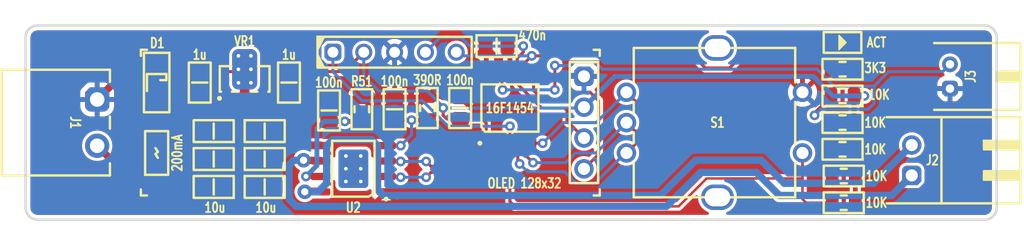
<source format=kicad_pcb>
(kicad_pcb (version 20221018) (generator pcbnew)
  (layers (0 "F.Cu" signal) (31 "B.Cu" signal) (34 "B.Paste" user) (35 "F.Paste" user) (36 "B.SilkS" user "B.Silkscreen") (37 "F.SilkS" user "F.Silkscreen") (38 "B.Mask" user) (39 "F.Mask" user) (44 "Edge.Cuts" user))
  (net 0 "")
  (net 1 "GND")
  (net 2 "Vbus")
  (net 3 "Vin")
  (net 4 "3V3")
  (net 5 "Vfused")
  (net 6 "DRIVER_OUT2")
  (net 7 "DRIVER_OUT1")
  (net 8 "DRIVER_RS")
  (net 9 "Vdio")
  (net 10 "DRIVER_VREF")
  (net 11 "DRIVER_IN1")
  (net 12 "DRIVER_IN2")
  (net 13 "OLED_SDO")
  (net 14 "OLED_SCK")
  (net 15 "LED_ACT")
  (net 16 "LED_ACT'")
  (net 17 "IN_ROTARY_B")
  (net 18 "IN_ROTARY_SWITCH")
  (net 19 "IN_ROTARY_C")
  (net 20 "IN_ROTARY_A")
  (net 21 "IN_EXTERNAL_SWITCH")
  (footprint "Medo64:C (0805)" (layer "F.Cu") (at 34.7 28.3)
    (fp_text reference "C12" hide)
    (fp_text value "10u" (at 0.1 1.7 unlocked) (layer "F.SilkS") (effects (font (size 0.8 0.6) (thickness 0.15) bold)))
    (pad "1" smd roundrect (at -0.9 0) (size 1.15 1.45) (layers "F.Cu" "F.Paste" "F.Mask") (net 1 "GND"))
    (pad "2" smd roundrect (at 0.9 0) (size 1.15 1.45) (layers "F.Cu" "F.Paste" "F.Mask") (net 5 "Vfused"))
  )
  (footprint "Medo64:U Micro PIC16F1454 (TSSOP-14)" (layer "F.Cu") (at 54.9 21.8 90)
    (fp_text reference "U1" hide)
    (fp_text value "16F1454" (at 0 0 unlocked) (layer "F.SilkS") (effects (font (size 0.8 0.6))))
    (pad "1" smd roundrect (at -2.9 -1.95 90) (size 1.5 0.45) (layers "F.Cu" "F.Paste" "F.Mask") (chamfer_ratio 0.2) (chamfer top_left top_right) (net 4 "3V3"))
    (pad "2" smd roundrect (at -2.9 -1.3 90) (size 1.5 0.45) (layers "F.Cu" "F.Paste" "F.Mask") (net 11 "DRIVER_IN1"))
    (pad "3" smd roundrect (at -2.9 -0.65 90) (size 1.5 0.45) (layers "F.Cu" "F.Paste" "F.Mask") (net 12 "DRIVER_IN2"))
    (pad "4" smd roundrect (at -2.9 0 90) (size 1.5 0.45) (layers "F.Cu" "F.Paste" "F.Mask") (net 18 "IN_ROTARY_SWITCH"))
    (pad "5" smd roundrect (at -2.9 0.65 90) (size 1.5 0.45) (layers "F.Cu" "F.Paste" "F.Mask") (net 17 "IN_ROTARY_B"))
    (pad "6" smd roundrect (at -2.9 1.3 90) (size 1.5 0.45) (layers "F.Cu" "F.Paste" "F.Mask") (net 19 "IN_ROTARY_C"))
    (pad "7" smd roundrect (at -2.9 1.95 90) (size 1.5 0.45) (layers "F.Cu" "F.Paste" "F.Mask") (net 20 "IN_ROTARY_A"))
    (pad "8" smd roundrect (at 2.9 1.95 90) (size 1.5 0.45) (layers "F.Cu" "F.Paste" "F.Mask") (net 13 "OLED_SDO"))
    (pad "9" smd roundrect (at 2.9 1.3 90) (size 1.5 0.45) (layers "F.Cu" "F.Paste" "F.Mask") (net 15 "LED_ACT"))
    (pad "10" smd roundrect (at 2.9 0.65 90) (size 1.5 0.45) (layers "F.Cu" "F.Paste" "F.Mask") (net 14 "OLED_SCK"))
    (pad "11" smd roundrect (at 2.9 0 90) (size 1.5 0.45) (layers "F.Cu" "F.Paste" "F.Mask") (net 2 "Vbus"))
    (pad "12" smd roundrect (at 2.9 -0.65 90) (size 1.5 0.45) (layers "F.Cu" "F.Paste" "F.Mask") (net 21 "IN_EXTERNAL_SWITCH"))
    (pad "13" smd roundrect (at 2.9 -1.3 90) (size 1.5 0.45) (layers "F.Cu" "F.Paste" "F.Mask"))
    (pad "14" smd roundrect (at 2.9 -1.95 90) (size 1.5 0.45) (layers "F.Cu" "F.Paste" "F.Mask") (net 1 "GND"))
  )
  (footprint "Medo64:S Rotary Switch (5w)" (layer "F.Cu") (at 72 23 -90)
    (fp_text reference "S1" (at 0 0 unlocked) (layer "F.SilkS") (effects (font (size 0.8 0.6))))
    (fp_text value "Rotary" hide)
    (pad "1" thru_hole circle (at -2.5 -7 270) (size 1.6 1.6) (drill 1) (layers "*.Cu" "*.Mask") (net 1 "GND"))
    (pad "2" thru_hole circle (at 2.5 -7 270) (size 1.6 1.6) (drill 1) (layers "*.Cu" "*.Mask") (net 18 "IN_ROTARY_SWITCH"))
    (pad "A" thru_hole circle (at -2.5 7.5 270) (size 1.6 1.6) (drill 1) (layers "*.Cu" "*.Mask") (net 20 "IN_ROTARY_A"))
    (pad "B" thru_hole circle (at 2.5 7.5 270) (size 1.6 1.6) (drill 1) (layers "*.Cu" "*.Mask") (net 17 "IN_ROTARY_B"))
    (pad "C" thru_hole circle (at 0 7.5 270) (size 1.6 1.6) (drill 1) (layers "*.Cu" "*.Mask") (net 19 "IN_ROTARY_C"))
    (pad "MH" thru_hole oval (at -6.15 0 270) (size 2.1 2.7) (drill oval 1.5 2.1) (layers "*.Cu" "*.Mask" "F.Paste"))
    (pad "MH" thru_hole oval (at 6.15 0 270) (size 2.1 2.7) (drill oval 1.5 2.1) (layers "*.Cu" "*.Mask" "F.Paste"))
  )
  (footprint "Medo64:C (0805)" (layer "F.Cu") (at 53.8 16.7)
    (fp_text reference "C4" hide)
    (fp_text value "470n" (at 2.95 -0.9 unlocked) (layer "F.SilkS") (effects (font (size 0.8 0.6) (thickness 0.15) bold)))
    (pad "1" smd roundrect (at -0.9 0) (size 1.15 1.45) (layers "F.Cu" "F.Paste" "F.Mask") (net 1 "GND"))
    (pad "2" smd roundrect (at 0.9 0) (size 1.15 1.45) (layers "F.Cu" "F.Paste" "F.Mask") (net 2 "Vbus"))
  )
  (footprint "Medo64:DS OLED 128x32 SPI (4w)" (layer "F.Cu") (at 61 23 -90)
    (fp_text reference "DS2" hide)
    (fp_text value "OLED 128x32" (at 5 4.9) (layer "F.SilkS") (effects (font (size 0.8 0.6) (thickness 0.15) bold)))
    (pad "1" thru_hole roundrect (at -3.81 0 270) (size 1.6 1.6) (drill 1) (layers "*.Cu" "B.Mask") (chamfer_ratio 0.2) (chamfer top_left bottom_left) (net 1 "GND"))
    (pad "2" thru_hole circle (at -1.27 0 270) (size 1.6 1.6) (drill 1) (layers "*.Cu" "B.Mask") (net 4 "3V3"))
    (pad "3" thru_hole circle (at 1.27 0 270) (size 1.6 1.6) (drill 1) (layers "*.Cu" "B.Mask") (net 14 "OLED_SCK"))
    (pad "4" thru_hole circle (at 3.81 0 270) (size 1.6 1.6) (drill 1) (layers "*.Cu" "B.Mask") (net 13 "OLED_SDO"))
  )
  (footprint "Medo64:C (0805)" (layer "F.Cu") (at 29.35 19.7 90)
    (fp_text reference "C5" hide)
    (fp_text value "1u" (at 2.3 0 unlocked) (layer "F.SilkS") (effects (font (size 0.8 0.6) (thickness 0.15) bold)))
    (pad "1" smd roundrect (at -0.9 0 90) (size 1.15 1.45) (layers "F.Cu" "F.Paste" "F.Mask"))
    (pad "2" smd roundrect (at 0.9 0 90) (size 1.15 1.45) (layers "F.Cu" "F.Paste" "F.Mask") (net 9 "Vdio"))
  )
  (footprint "Medo64:C (0805)" (layer "F.Cu") (at 34.7 23.7)
    (fp_text reference "C10" hide)
    (fp_text value "10u" hide)
    (pad "1" smd roundrect (at -0.9 0) (size 1.15 1.45) (layers "F.Cu" "F.Paste" "F.Mask") (net 1 "GND"))
    (pad "2" smd roundrect (at 0.9 0) (size 1.15 1.45) (layers "F.Cu" "F.Paste" "F.Mask") (net 5 "Vfused"))
  )
  (footprint "Medo64:C (0805)" (layer "F.Cu") (at 30.5 26 180)
    (fp_text reference "C8" hide)
    (fp_text value "10u" hide)
    (pad "1" smd roundrect (at -0.9 0 180) (size 1.15 1.45) (layers "F.Cu" "F.Paste" "F.Mask") (net 1 "GND"))
    (pad "2" smd roundrect (at 0.9 0 180) (size 1.15 1.45) (layers "F.Cu" "F.Paste" "F.Mask") (net 5 "Vfused"))
  )
  (footprint "Medo64:D Shottky (SOD123F)" (layer "F.Cu") (at 25.8 19.7 -90)
    (fp_text reference "D1" (at -3.25 -0.05 unlocked) (layer "F.SilkS") (effects (font (size 0.8 0.6) (thickness 0.15) bold)))
    (fp_text value "B260S1F" hide)
    (pad "1" smd roundrect (at -1.45 0 270) (size 1 1.5) (layers "F.Cu" "F.Paste" "F.Mask") (chamfer_ratio 0.2) (chamfer top_left bottom_left) (net 9 "Vdio"))
    (pad "2" smd roundrect (at 1.45 0 270) (size 1 1.5) (layers "F.Cu" "F.Paste" "F.Mask") (net 5 "Vfused"))
  )
  (footprint "Medo64:C (0805)" (layer "F.Cu") (at 45.4 21.9 -90)
    (fp_text reference "C2" hide)
    (fp_text value "100n" (at -2.3 0 unlocked) (layer "F.SilkS") (effects (font (size 0.8 0.6) (thickness 0.15) bold)))
    (pad "1" smd roundrect (at -0.9 0 270) (size 1.15 1.45) (layers "F.Cu" "F.Paste" "F.Mask") (net 1 "GND"))
    (pad "2" smd roundrect (at 0.9 0 270) (size 1.15 1.45) (layers "F.Cu" "F.Paste" "F.Mask") (net 10 "DRIVER_VREF"))
  )
  (footprint "Medo64:F (0805)" (layer "F.Cu") (at 25.8 25.5 90)
    (fp_text reference "F1" hide)
    (fp_text value "200mA" (at 0 1.7 90 unlocked) (layer "F.SilkS") (effects (font (size 0.8 0.6) (thickness 0.15) bold)))
    (pad "1" smd roundrect (at -1.1 0 90) (size 1 1.5) (layers "F.Cu" "F.Paste" "F.Mask") (net 3 "Vin"))
    (pad "2" smd roundrect (at 1.1 0 90) (size 1 1.5) (layers "F.Cu" "F.Paste" "F.Mask") (net 5 "Vfused"))
  )
  (footprint "Medo64:ICSP PIC Pogo (5w)" (layer "F.Cu") (at 45.4 17.2)
    (fp_text reference "ICSP" hide)
    (fp_text value "Microchip PIC" hide)
    (pad "1" thru_hole roundrect (at -5.08 0) (size 1.4 1.4) (drill 0.9) (layers "*.Cu" "*.Mask") (chamfer_ratio 0.2) (chamfer top_left bottom_left) (net 18 "IN_ROTARY_SWITCH"))
    (pad "2" thru_hole circle (at -2.54 0) (size 1.4 1.4) (drill 0.9) (layers "*.Cu" "*.Mask") (net 4 "3V3"))
    (pad "3" thru_hole circle (at 0 0) (size 1.4 1.4) (drill 0.9) (layers "*.Cu" "*.Mask") (net 1 "GND"))
    (pad "4" thru_hole circle (at 2.54 0) (size 1.4 1.4) (drill 0.9) (layers "*.Cu" "*.Mask") (net 14 "OLED_SCK"))
    (pad "5" thru_hole circle (at 5.08 0) (size 1.4 1.4) (drill 0.9) (layers "*.Cu" "*.Mask") (net 15 "LED_ACT"))
  )
  (footprint "Medo64:R (0805)" (layer "F.Cu") (at 82.4 29.6 180)
    (fp_text reference "R5" hide)
    (fp_text value "10K" (at -2.7 0 unlocked) (layer "F.SilkS") (effects (font (size 0.8 0.6))))
    (pad "1" smd roundrect (at -0.95 0 180) (size 1.05 1.4) (layers "F.Cu" "F.Paste" "F.Mask") (net 4 "3V3"))
    (pad "2" smd roundrect (at 0.95 0 180) (size 1.05 1.4) (layers "F.Cu" "F.Paste" "F.Mask") (net 18 "IN_ROTARY_SWITCH"))
  )
  (footprint "Medo64:R (0805)" (layer "F.Cu") (at 82.3 20.8 180)
    (fp_text reference "R4" hide)
    (fp_text value "10K" (at -3 0.1 unlocked) (layer "F.SilkS") (effects (font (size 0.8 0.6))))
    (pad "1" smd roundrect (at -0.95 0 180) (size 1.05 1.4) (layers "F.Cu" "F.Paste" "F.Mask") (net 4 "3V3"))
    (pad "2" smd roundrect (at 0.95 0 180) (size 1.05 1.4) (layers "F.Cu" "F.Paste" "F.Mask") (net 21 "IN_EXTERNAL_SWITCH"))
  )
  (footprint "Medo64:J JST XH S (2w)" (layer "F.Cu") (at 88 26.1 90)
    (fp_text reference "J2" (at 0 1.7 unlocked) (layer "F.SilkS") (effects (font (size 0.8 0.6) (thickness 0.15) bold)))
    (fp_text value locked "S2B-XH-A")
    (pad "1" thru_hole roundrect (at -1.25 0 90) (size 1.6 1.6) (drill 1) (layers "*.Cu" "B.Mask") (chamfer_ratio 0.2) (chamfer top_left bottom_left) (net 7 "DRIVER_OUT1"))
    (pad "2" thru_hole circle (at 1.25 0 90) (size 1.6 1.6) (drill 1) (layers "*.Cu" "B.Mask") (net 6 "DRIVER_OUT2"))
  )
  (footprint "Medo64:C (0805)" (layer "F.Cu") (at 34.7 26)
    (fp_text reference "C11" hide)
    (fp_text value "10u" hide)
    (pad "1" smd roundrect (at -0.9 0) (size 1.15 1.45) (layers "F.Cu" "F.Paste" "F.Mask") (net 1 "GND"))
    (pad "2" smd roundrect (at 0.9 0) (size 1.15 1.45) (layers "F.Cu" "F.Paste" "F.Mask") (net 5 "Vfused"))
  )
  (footprint "Medo64:C (0805)" (layer "F.Cu") (at 50.8 21.8 -90)
    (fp_text reference "C1" hide)
    (fp_text value "100n" (at -2.3 0 unlocked) (layer "F.SilkS") (effects (font (size 0.8 0.6) (thickness 0.15) bold)))
    (pad "1" smd roundrect (at -0.9 0 270) (size 1.15 1.45) (layers "F.Cu" "F.Paste" "F.Mask") (net 1 "GND"))
    (pad "2" smd roundrect (at 0.9 0 270) (size 1.15 1.45) (layers "F.Cu" "F.Paste" "F.Mask") (net 4 "3V3"))
  )
  (footprint "Medo64:J JST PH S (2w)" (layer "F.Cu") (at 91.15 19.2 90)
    (fp_text reference "J3" (at 0 1.7 90 unlocked) (layer "F.SilkS") (effects (font (size 0.8 0.6) (thickness 0.15) bold)))
    (fp_text value "S2B-PH")
    (pad "1" thru_hole roundrect (at -1 0 90) (size 1.3 1.3) (drill 0.7) (layers "*.Cu" "B.Mask") (chamfer_ratio 0.2) (chamfer top_left bottom_left) (net 1 "GND"))
    (pad "2" thru_hole circle (at 1 0 90) (size 1.3 1.3) (drill 0.7) (layers "*.Cu" "B.Mask") (net 21 "IN_EXTERNAL_SWITCH"))
  )
  (footprint "Medo64:DS (0805)" (layer "F.Cu") (at 82.3 16.4 180)
    (fp_text reference "DS1" hide)
    (fp_text value "ACT" (at -2.8 0 unlocked) (layer "F.SilkS") (effects (font (size 0.8 0.6) (thickness 0.15) bold)))
    (pad "1" smd roundrect (at -0.9 0 180) (size 1 1.4) (layers "F.Cu" "F.Paste" "F.Mask") (chamfer_ratio 0.2) (chamfer top_left bottom_left) (net 16 "LED_ACT'"))
    (pad "2" smd roundrect (at 0.9 0 180) (size 1 1.4) (layers "F.Cu" "F.Paste" "F.Mask") (net 15 "LED_ACT"))
  )
  (footprint "Medo64:C (0805)" (layer "F.Cu") (at 30.5 28.3 180)
    (fp_text reference "C9" hide)
    (fp_text value "10u" (at -0.1 -1.7 unlocked) (layer "F.SilkS") (effects (font (size 0.8 0.6) (thickness 0.15) bold)))
    (pad "1" smd roundrect (at -0.9 0 180) (size 1.15 1.45) (layers "F.Cu" "F.Paste" "F.Mask") (net 1 "GND"))
    (pad "2" smd roundrect (at 0.9 0 180) (size 1.15 1.45) (layers "F.Cu" "F.Paste" "F.Mask") (net 5 "Vfused"))
  )
  (footprint "Medo64:R (0805)" (layer "F.Cu") (at 48.1 21.8 -90)
    (fp_text reference "R2" hide)
    (fp_text value "390R" (at -2.3 0 unlocked) (layer "F.SilkS") (effects (font (size 0.8 0.6))))
    (pad "1" smd roundrect (at -0.95 0 270) (size 1.05 1.4) (layers "F.Cu" "F.Paste" "F.Mask") (net 1 "GND"))
    (pad "2" smd roundrect (at 0.95 0 270) (size 1.05 1.4) (layers "F.Cu" "F.Paste" "F.Mask") (net 10 "DRIVER_VREF"))
  )
  (footprint "Medo64:J Phoenix MC (2w)" (layer "F.Cu") (at 20.9 23 -90)
    (fp_text reference "J1" (at 0 1.8 -90 unlocked) (layer "F.SilkS") (effects (font (size 0.8 0.6) (thickness 0.15) bold)))
    (fp_text value "MC 1,5/2")
    (pad "1" thru_hole roundrect (at -1.905 0 270) (size 2 2) (drill 1.2) (layers "*.Cu" "B.Mask") (chamfer_ratio 0.2) (chamfer top_left bottom_left) (net 1 "GND"))
    (pad "2" thru_hole circle (at 1.905 0 270) (size 2 2) (drill 1.2) (layers "*.Cu" "B.Mask") (net 3 "Vin"))
  )
  (footprint "Medo64:R (0805)" (layer "F.Cu") (at 82.3 18.6 180)
    (fp_text reference "R3" hide)
    (fp_text value "3K3" (at -2.7 0.1 unlocked) (layer "F.SilkS") (effects (font (size 0.8 0.6))))
    (pad "1" smd roundrect (at -0.95 0 180) (size 1.05 1.4) (layers "F.Cu" "F.Paste" "F.Mask") (net 1 "GND"))
    (pad "2" smd roundrect (at 0.95 0 180) (size 1.05 1.4) (layers "F.Cu" "F.Paste" "F.Mask") (net 16 "LED_ACT'"))
  )
  (footprint "Medo64:R (0805)" (layer "F.Cu") (at 82.3 25.2 180)
    (fp_text reference "R6" hide)
    (fp_text value "10K" (at -2.7 0 unlocked) (layer "F.SilkS") (effects (font (size 0.8 0.6))))
    (pad "1" smd roundrect (at -0.95 0 180) (size 1.05 1.4) (layers "F.Cu" "F.Paste" "F.Mask") (net 4 "3V3"))
    (pad "2" smd roundrect (at 0.95 0 180) (size 1.05 1.4) (layers "F.Cu" "F.Paste" "F.Mask") (net 19 "IN_ROTARY_C"))
  )
  (footprint "Medo64:C (0805)" (layer "F.Cu") (at 40 22 -90)
    (fp_text reference "C3" hide)
    (fp_text value "100n" (at -2.3 0 unlocked) (layer "F.SilkS") (effects (font (size 0.8 0.6) (thickness 0.15) bold)))
    (pad "1" smd roundrect (at -0.9 0 270) (size 1.15 1.45) (layers "F.Cu" "F.Paste" "F.Mask") (net 1 "GND"))
    (pad "2" smd roundrect (at 0.9 0 270) (size 1.15 1.45) (layers "F.Cu" "F.Paste" "F.Mask") (net 8 "DRIVER_RS"))
  )
  (footprint "Medo64:R (0805)" (layer "F.Cu") (at 82.3 23 180)
    (fp_text reference "R7" hide)
    (fp_text value "10K" (at -2.7 0 unlocked) (layer "F.SilkS") (effects (font (size 0.8 0.6))))
    (pad "1" smd roundrect (at -0.95 0 180) (size 1.05 1.4) (layers "F.Cu" "F.Paste" "F.Mask") (net 4 "3V3"))
    (pad "2" smd roundrect (at 0.95 0 180) (size 1.05 1.4) (layers "F.Cu" "F.Paste" "F.Mask") (net 20 "IN_ROTARY_A"))
  )
  (footprint "Medo64:C (0805)" (layer "F.Cu") (at 36.7 19.7 90)
    (fp_text reference "C6" hide)
    (fp_text value "1u" (at 2.3 0 unlocked) (layer "F.SilkS") (effects (font (size 0.8 0.6) (thickness 0.15) bold)))
    (pad "1" smd roundrect (at -0.9 0 90) (size 1.15 1.45) (layers "F.Cu" "F.Paste" "F.Mask") (net 1 "GND"))
    (pad "2" smd roundrect (at 0.9 0 90) (size 1.15 1.45) (layers "F.Cu" "F.Paste" "F.Mask") (net 4 "3V3"))
  )
  (footprint "Medo64:U Driver Motor TB67H450AFNG' (SOIC-8)" (layer "F.Cu") (at 42 26.8 180)
    (fp_text reference "U2" (at 0 -3.2 unlocked) (layer "F.SilkS") (effects (font (size 0.8 0.6))))
    (fp_text value "TB67H450AFNG" hide)
    (pad "1" smd roundrect (at -2.7 -1.905 180) (size 1.6 0.6) (layers "F.Cu" "F.Paste" "F.Mask") (chamfer_ratio 0.2) (chamfer top_left top_right) (net 1 "GND"))
    (pad "2" smd roundrect (at -2.7 -0.635 180) (size 1.6 0.6) (layers "F.Cu" "F.Paste" "F.Mask") (net 12 "DRIVER_IN2"))
    (pad "3" smd roundrect (at -2.7 0.635 180) (size 1.6 0.6) (layers "F.Cu" "F.Paste" "F.Mask") (net 11 "DRIVER_IN1"))
    (pad "4" smd roundrect (at -2.7 1.905 180) (size 1.6 0.6) (layers "F.Cu" "F.Paste" "F.Mask") (net 10 "DRIVER_VREF"))
    (pad "5" smd roundrect (at 2.7 1.905 180) (size 1.6 0.6) (layers "F.Cu" "F.Paste" "F.Mask") (net 5 "Vfused"))
    (pad "6" smd roundrect (at 2.7 0.635 180) (size 1.6 0.6) (layers "F.Cu" "F.Paste" "F.Mask") (net 7 "DRIVER_OUT1"))
    (pad "7" smd roundrect (at 2.7 -0.635 180) (size 1.6 0.6) (layers "F.Cu" "F.Paste" "F.Mask") (net 8 "DRIVER_RS"))
    (pad "8" smd roundrect (at 2.7 -1.905 180) (size 1.6 0.6) (layers "F.Cu" "F.Paste" "F.Mask") (net 6 "DRIVER_OUT2"))
    (pad "9" thru_hole roundrect (at -0.6125 -1.05 180) (size 1.225 1.05) (drill 0.3) (layers "*.Cu" "F.Paste" "F.Mask") (chamfer_ratio 0) (chamfer top_right bottom_left bottom_right))
    (pad "9" thru_hole rect (at -0.6125 0 180) (size 1.225 1.05) (drill 0.3) (layers "*.Cu" "F.Paste" "F.Mask"))
    (pad "9" thru_hole roundrect (at -0.6125 1.05 180) (size 1.225 1.05) (drill 0.3) (layers "*.Cu" "F.Paste" "F.Mask") (chamfer_ratio 0) (chamfer top_left top_right bottom_right))
    (pad "9" thru_hole roundrect (at 0.6125 -1.05 180) (size 1.225 1.05) (drill 0.3) (layers "*.Cu" "F.Paste" "F.Mask") (chamfer_ratio 0) (chamfer top_left bottom_left bottom_right))
    (pad "9" thru_hole rect (at 0.6125 0 180) (size 1.225 1.05) (drill 0.3) (layers "*.Cu" "F.Paste" "F.Mask"))
    (pad "9" thru_hole roundrect (at 0.6125 1.05 180) (size 1.225 1.05) (drill 0.3) (layers "*.Cu" "F.Paste" "F.Mask") (chamfer_ratio 0) (chamfer top_left top_right bottom_left))
  )
  (footprint "Medo64:VR Linear AP7380-33Y' (SOT89-3)" (layer "F.Cu") (at 33.05 21)
    (fp_text reference "VR1" (at 0 -4.7 unlocked) (layer "F.SilkS") (effects (font (size 0.8 0.6))))
    (fp_text value "AS78L05RTR" hide)
    (pad "1" smd roundrect (at -1.5 0) (size 0.55 1.3) (layers "F.Cu" "F.Paste" "F.Mask") (chamfer_ratio 0.2) (chamfer top_left bottom_left) (net 1 "GND"))
    (pad "2" thru_hole roundrect (at -0.515 -3.5) (size 1.03 1.11) (drill 0.3) (layers "*.Cu" "F.Paste" "F.Mask") (roundrect_rratio 0.5) (chamfer_ratio 0) (chamfer top_right bottom_left bottom_right) (net 9 "Vdio"))
    (pad "2" thru_hole rect (at -0.515 -2.39) (size 1.03 1.11) (drill 0.3) (layers "*.Cu" "F.Paste" "F.Mask") (net 9 "Vdio"))
    (pad "2" thru_hole roundrect (at -0.515 -1.28) (size 1.03 1.11) (drill 0.3) (layers "*.Cu" "F.Paste" "F.Mask") (roundrect_rratio 0.5) (chamfer_ratio 0) (chamfer top_left top_right bottom_right) (net 9 "Vdio"))
    (pad "2" smd roundrect (at 0 -0.2) (size 0.8 1.7) (layers "F.Cu" "F.Paste" "F.Mask") (net 9 "Vdio"))
    (pad "2" thru_hole roundrect (at 0.515 -3.5) (size 1.03 1.11) (drill 0.3) (layers "*.Cu" "F.Paste" "F.Mask") (roundrect_rratio 0.5) (chamfer_ratio 0) (chamfer top_left bottom_left bottom_right) (net 9 "Vdio"))
    (pad "2" thru_hole rect (at 0.515 -2.39) (size 1.03 1.11) (drill 0.3) (layers "*.Cu" "F.Paste" "F.Mask") (net 9 "Vdio"))
    (pad "2" thru_hole roundrect (at 0.515 -1.28) (size 1.03 1.11) (drill 0.3) (layers "*.Cu" "F.Paste" "F.Mask") (roundrect_rratio 0.5) (chamfer_ratio 0) (chamfer top_left top_right bottom_left) (net 9 "Vdio"))
    (pad "3" smd roundrect (at 1.5 0) (size 0.55 1.3) (layers "F.Cu" "F.Paste" "F.Mask") (chamfer_ratio 0.2) (chamfer) (net 4 "3V3"))
  )
  (footprint "Medo64:R (0805)" (layer "F.Cu") (at 82.4 27.4 180)
    (fp_text reference "R5" hide)
    (fp_text value "10K" (at -2.7 0 unlocked) (layer "F.SilkS") (effects (font (size 0.8 0.6))))
    (pad "1" smd roundrect (at -0.95 0 180) (size 1.05 1.4) (layers "F.Cu" "F.Paste" "F.Mask") (net 4 "3V3"))
    (pad "2" smd roundrect (at 0.95 0 180) (size 1.05 1.4) (layers "F.Cu" "F.Paste" "F.Mask") (net 17 "IN_ROTARY_B"))
  )
  (footprint "Medo64:R (0805)" (layer "F.Cu") (at 42.7 21.9 -90)
    (fp_text reference "R1" hide)
    (fp_text value "R51" (at -2.3 0 unlocked) (layer "F.SilkS") (effects (font (size 0.8 0.6))))
    (pad "1" smd roundrect (at -0.95 0 270) (size 1.05 1.4) (layers "F.Cu" "F.Paste" "F.Mask") (net 1 "GND"))
    (pad "2" smd roundrect (at 0.95 0 270) (size 1.05 1.4) (layers "F.Cu" "F.Paste" "F.Mask") (net 8 "DRIVER_RS"))
  )
  (footprint "Medo64:C (0805)" (layer "F.Cu") (at 30.5 23.7 180)
    (fp_text reference "C7" hide)
    (fp_text value "10u" hide)
    (pad "1" smd roundrect (at -0.9 0 180) (size 1.15 1.45) (layers "F.Cu" "F.Paste" "F.Mask") (net 1 "GND"))
    (pad "2" smd roundrect (at 0.9 0 180) (size 1.15 1.45) (layers "F.Cu" "F.Paste" "F.Mask") (net 5 "Vfused"))
  )
  (gr_arc locked (start 16 31) (mid 15.292894 30.707107) (end 15 30) (stroke (width 0.2)) (layer "Edge.Cuts"))
  (gr_arc locked (start 95 30) (mid 94.707107 30.707106) (end 94 31) (stroke (width 0.2)) (layer "Edge.Cuts"))
  (gr_line locked (start 15 30) (end 15 16) (stroke (width 0.2)) (layer "Edge.Cuts"))
  (gr_line locked (start 95 30) (end 95 16) (stroke (width 0.2)) (layer "Edge.Cuts"))
  (gr_arc locked (start 15 16) (mid 15.292893 15.292894) (end 16 15) (stroke (width 0.2)) (layer "Edge.Cuts"))
  (gr_arc locked (start 94 15) (mid 94.707106 15.292893) (end 95 16) (stroke (width 0.2)) (layer "Edge.Cuts"))
  (gr_line locked (start 16 31) (end 94 31) (stroke (width 0.2)) (layer "Edge.Cuts"))
  (gr_line locked (start 16 15) (end 94 15) (stroke (width 0.2)) (layer "Edge.Cuts"))
  (segment (start 28.2 22.3) (end 30.2 22.3) (width 0.6) (layer "F.Cu") (net 1))
  (segment (start 86.1 20.2) (end 91.15 20.2) (width 0.4) (layer "F.Cu") (net 1))
  (segment (start 85.6 19.7) (end 86.1 20.2) (width 0.4) (layer "F.Cu") (net 1))
  (segment (start 27.6 21.7) (end 28.2 22.3) (width 0.6) (layer "F.Cu") (net 1))
  (segment (start 38.6 21.1) (end 40.5 21.1) (width 0.6) (layer "F.Cu") (net 1))
  (segment (start 31.4 26) (end 32.6 26) (width 0.6) (layer "F.Cu") (net 1))
  (segment (start 46.495 28.705) (end 47 28.2) (width 0.6) (layer "F.Cu") (net 1))
  (segment (start 20.9 21.095) (end 22.295 19.7) (width 0.6) (layer "F.Cu") (net 1))
  (segment (start 47 24.6) (end 46.4 24) (width 0.6) (layer "F.Cu") (net 1))
  (segment (start 52.6 20.9) (end 52.95 20.55) (width 0.4) (layer "F.Cu") (net 1))
  (segment (start 42.75 21) (end 47.75 21) (width 0.6) (layer "F.Cu") (net 1))
  (segment (start 44.7 28.705) (end 46.495 28.705) (width 0.6) (layer "F.Cu") (net 1))
  (segment (start 83.25 19.7) (end 85.6 19.7) (width 0.4) (layer "F.Cu") (net 1))
  (segment (start 32.6 23.7) (end 32.6 22.3) (width 0.6) (layer "F.Cu") (net 1))
  (segment (start 36.7 20.6) (end 36.7 22.3) (width 0.4) (layer "F.Cu") (net 1))
  (segment (start 32.6 22.3) (end 37.4 22.3) (width 0.6) (layer "F.Cu") (net 1))
  (segment (start 45.4 21) (end 45.4 17.2) (width 0.4) (layer "F.Cu") (net 1))
  (segment (start 32.6 22.3) (end 30.2 22.3) (width 0.6) (layer "F.Cu") (net 1))
  (segment (start 83.25 18.6) (end 83.25 19.7) (width 0.4) (layer "F.Cu") (net 1))
  (segment (start 47 28.2) (end 47 24.6) (width 0.6) (layer "F.Cu") (net 1))
  (segment (start 22.295 19.7) (end 27 19.7) (width 0.6) (layer "F.Cu") (net 1))
  (segment (start 32.6 28.3) (end 32.6 26) (width 0.6) (layer "F.Cu") (net 1))
  (segment (start 31.55 21) (end 31.55 22.3) (width 0.4) (layer "F.Cu") (net 1))
  (segment (start 31.55 22.3) (end 30.2 22.3) (width 0.4) (layer "F.Cu") (net 1))
  (segment (start 52.6 20.9) (end 50.8 20.9) (width 0.4) (layer "F.Cu") (net 1))
  (segment (start 31.4 23.7) (end 32.6 23.7) (width 0.6) (layer "F.Cu") (net 1))
  (segment (start 27.6 20.3) (end 27.6 21.7) (width 0.6) (layer "F.Cu") (net 1))
  (segment (start 44 23.5) (end 44 21.2) (width 0.6) (layer "F.Cu") (net 1))
  (segment (start 32.6 26) (end 32.6 23.7) (width 0.6) (layer "F.Cu") (net 1))
  (segment (start 80.1 19.2) (end 80.6 19.7) (width 0.4) (layer "F.Cu") (net 1))
  (segment (start 52.95 18.9) (end 52.95 16.75) (width 0.4) (layer "F.Cu") (net 1))
  (segment (start 52.95 20.55) (end 52.95 18.9) (width 0.4) (layer "F.Cu") (net 1))
  (segment (start 79 19.2) (end 80.1 19.2) (width 0.4) (layer "F.Cu") (net 1))
  (segment (start 36.7 22.3) (end 31.55 22.3) (width 0.4) (layer "F.Cu") (net 1))
  (segment (start 80.6 19.7) (end 83.25 19.7) (width 0.4) (layer "F.Cu") (net 1))
  (segment (start 40.5 21.1) (end 42.95 21.1) (width 0.6) (layer "F.Cu") (net 1))
  (segment (start 78.99 19.19) (end 79 19.2) (width 0.4) (layer "F.Cu") (net 1))
  (segment (start 46.4 24) (end 44.5 24) (width 0.6) (layer "F.Cu") (net 1))
  (segment (start 32.6 26) (end 33.8 26) (width 0.6) (layer "F.Cu") (net 1))
  (segment (start 61 19.19) (end 78.99 19.19) (width 0.4) (layer "F.Cu") (net 1))
  (segment (start 32.6 28.3) (end 33.8 28.3) (width 0.6) (layer "F.Cu") (net 1))
  (segment (start 27 19.7) (end 27.6 20.3) (width 0.6) (layer "F.Cu") (net 1))
  (segment (start 44.5 24) (end 44 23.5) (width 0.6) (layer "F.Cu") (net 1))
  (segment (start 32.6 23.7) (end 33.8 23.7) (width 0.6) (layer "F.Cu") (net 1))
  (segment (start 48.1 20.85) (end 50.75 20.85) (width 0.4) (layer "F.Cu") (net 1))
  (segment (start 37.4 22.3) (end 38.6 21.1) (width 0.6) (layer "F.Cu") (net 1))
  (segment (start 79 19.2) (end 79 20.5) (width 0.4) (layer "F.Cu") (net 1))
  (segment (start 31.4 28.3) (end 32.6 28.3) (width 0.6) (layer "F.Cu") (net 1))
  (segment (start 60.91 19.1) (end 45.7 19.1) (width 0.4) (layer "B.Cu") (net 1))
  (segment (start 45.4 18.8) (end 45.4 17.2) (width 0.4) (layer "B.Cu") (net 1))
  (segment (start 45.7 19.1) (end 45.4 18.8) (width 0.4) (layer "B.Cu") (net 1))
  (segment (start 54.9 19.1) (end 54.9 17.125) (width 0.4) (layer "F.Cu") (net 2))
  (segment (start 22.595 26.6) (end 20.9 24.905) (width 0.6) (layer "F.Cu") (net 3))
  (segment (start 25.8 26.6) (end 22.595 26.6) (width 0.6) (layer "F.Cu") (net 3))
  (segment (start 83.25 25.2) (end 83.25 23) (width 0.4) (layer "F.Cu") (net 4))
  (segment (start 35.7 18.8) (end 36.7 18.8) (width 0.25) (layer "F.Cu") (net 4))
  (segment (start 83.25 23) (end 83.25 20.8) (width 0.4) (layer "F.Cu") (net 4))
  (segment (start 41.26 18.8) (end 42.86 17.2) (width 0.25) (layer "F.Cu") (net 4))
  (segment (start 52.95 23.05) (end 52.6 22.7) (width 0.25) (layer "F.Cu") (net 4))
  (segment (start 49.4 22.4) (end 49.4 22) (width 0.25) (layer "F.Cu") (net 4))
  (segment (start 50.8 22.7) (end 49.7 22.7) (width 0.25) (layer "F.Cu") (net 4))
  (segment (start 35.4 20.7) (end 35.4 19.1) (width 0.25) (layer "F.Cu") (net 4))
  (segment (start 35.4 19.1) (end 35.7 18.8) (width 0.25) (layer "F.Cu") (net 4))
  (segment (start 83.35 29.6) (end 83.35 27.4) (width 0.4) (layer "F.Cu") (net 4))
  (segment (start 34.55 21) (end 35.1 21) (width 0.25) (layer "F.Cu") (net 4))
  (segment (start 83.25 20.8) (end 84.1 20.8) (width 0.4) (layer "F.Cu") (net 4))
  (segment (start 35.1 21) (end 35.4 20.7) (width 0.25) (layer "F.Cu") (net 4))
  (segment (start 36.7 18.8) (end 41.26 18.8) (width 0.25) (layer "F.Cu") (net 4))
  (segment (start 52.6 22.7) (end 50.8 22.7) (width 0.25) (layer "F.Cu") (net 4))
  (segment (start 49.7 22.7) (end 49.4 22.4) (width 0.25) (layer "F.Cu") (net 4))
  (segment (start 83.35 27.4) (end 83.35 25.3) (width 0.4) (layer "F.Cu") (net 4))
  (segment (start 52.95 24.7) (end 52.95 23.05) (width 0.25) (layer "F.Cu") (net 4))
  (via (at 84.1 20.8) (size 0.8) (drill 0.4) (layers "F.Cu" "B.Cu") (net 4))
  (via (at 49.4 21.8) (size 0.8) (drill 0.4) (layers "F.Cu" "B.Cu") (net 4))
  (segment (start 79.9 19.2) (end 63.53 19.2) (width 0.4) (layer "B.Cu") (net 4))
  (segment (start 49.33 21.63) (end 48.1 20.4) (width 0.25) (layer "B.Cu") (net 4))
  (segment (start 84.1 20.8) (end 81.5 20.8) (width 0.4) (layer "B.Cu") (net 4))
  (segment (start 48.1 20.4) (end 44.1 20.4) (width 0.25) (layer "B.Cu") (net 4))
  (segment (start 49.47 21.8) (end 49.4 21.73) (width 0.25) (layer "B.Cu") (net 4))
  (segment (start 49.4 21.73) (end 49.33 21.8) (width 0.25) (layer "B.Cu") (net 4))
  (segment (start 49.33 21.8) (end 49.33 21.63) (width 0.25) (layer "B.Cu") (net 4))
  (segment (start 44.1 20.4) (end 42.86 19.16) (width 0.25) (layer "B.Cu") (net 4))
  (segment (start 42.86 19.16) (end 42.86 17.2) (width 0.25) (layer "B.Cu") (net 4))
  (segment (start 63.53 19.2) (end 61 21.73) (width 0.4) (layer "B.Cu") (net 4))
  (segment (start 81.5 20.8) (end 79.9 19.2) (width 0.4) (layer "B.Cu") (net 4))
  (segment (start 60.93 21.8) (end 49.47 21.8) (width 0.25) (layer "B.Cu") (net 4))
  (segment (start 39.3 24.845) (end 35.745 24.845) (width 0.6) (layer "F.Cu") (net 5))
  (segment (start 25.8 24.4) (end 27.5 24.4) (width 0.4) (layer "F.Cu") (net 5))
  (segment (start 29.6 26) (end 29.6 28.3) (width 0.6) (layer "F.Cu") (net 5))
  (segment (start 35.745 24.845) (end 35.7 24.8) (width 0.25) (layer "F.Cu") (net 5))
  (segment (start 27.5 24.4) (end 27.6 24.3) (width 0.4) (layer "F.Cu") (net 5))
  (segment (start 29.6 28.3) (end 29.6 29) (width 0.6) (layer "F.Cu") (net 5))
  (segment (start 35.6 24.7) (end 35.7 24.8) (width 0.6) (layer "F.Cu") (net 5))
  (segment (start 35.6 24.7) (end 35.6 23.7) (width 0.6) (layer "F.Cu") (net 5))
  (segment (start 29.6 29) (end 30.3 29.7) (width 0.6) (layer "F.Cu") (net 5))
  (segment (start 30.3 29.7) (end 35.1 29.7) (width 0.6) (layer "F.Cu") (net 5))
  (segment (start 35.6 29.2) (end 35.6 28.3) (width 0.6) (layer "F.Cu") (net 5))
  (segment (start 29.6 23.7) (end 29.6 26) (width 0.6) (layer "F.Cu") (net 5))
  (segment (start 28.2 23.7) (end 27.6 24.3) (width 0.6) (layer "F.Cu") (net 5))
  (segment (start 29.6 23.7) (end 28.2 23.7) (width 0.6) (layer "F.Cu") (net 5))
  (segment (start 35.1 29.7) (end 35.6 29.2) (width 0.6) (layer "F.Cu") (net 5))
  (segment (start 35.6 26) (end 35.6 24.7) (width 0.6) (layer "F.Cu") (net 5))
  (segment (start 35.6 28.3) (end 35.6 26) (width 0.6) (layer "F.Cu") (net 5))
  (segment (start 25.8 24.4) (end 25.8 21.15) (width 0.4) (layer "F.Cu") (net 5))
  (segment (start 39.3 28.655) (end 37.955 28.655) (width 0.6) (layer "F.Cu") (net 6))
  (via (at 38 28.7) (size 1.2) (drill 0.6) (layers "F.Cu" "B.Cu") (net 6))
  (segment (start 40.3 24.4) (end 39.8 24.9) (width 0.6) (layer "B.Cu") (net 6))
  (segment (start 75.6 26.1) (end 70.2 26.1) (width 0.6) (layer "B.Cu") (net 6))
  (segment (start 44 24.9) (end 43.5 24.4) (width 0.6) (layer "B.Cu") (net 6))
  (segment (start 39.1 28.7) (end 37.9 28.7) (width 0.6) (layer "B.Cu") (net 6))
  (segment (start 77.5 28) (end 75.6 26.1) (width 0.6) (layer "B.Cu") (net 6))
  (segment (start 44 28.5) (end 44 24.9) (width 0.6) (layer "B.Cu") (net 6))
  (segment (start 44.5 29) (end 44 28.5) (width 0.6) (layer "B.Cu") (net 6))
  (segment (start 88 24.85) (end 84.85 28) (width 0.6) (layer "B.Cu") (net 6))
  (segment (start 84.85 28) (end 77.5 28) (width 0.6) (layer "B.Cu") (net 6))
  (segment (start 43.5 24.4) (end 40.3 24.4) (width 0.6) (layer "B.Cu") (net 6))
  (segment (start 70.2 26.1) (end 67.3 29) (width 0.6) (layer "B.Cu") (net 6))
  (segment (start 67.3 29) (end 44.5 29) (width 0.6) (layer "B.Cu") (net 6))
  (segment (start 39.8 24.9) (end 39.8 28) (width 0.6) (layer "B.Cu") (net 6))
  (segment (start 39.8 28) (end 39.1 28.7) (width 0.6) (layer "B.Cu") (net 6))
  (segment (start 37.915 26.115) (end 37.9 26.1) (width 0.25) (layer "F.Cu") (net 7))
  (segment (start 39.3 26.115) (end 37.915 26.115) (width 0.6) (layer "F.Cu") (net 7))
  (via (at 37.9 26.1) (size 1.2) (drill 0.6) (layers "F.Cu" "B.Cu") (net 7))
  (segment (start 36.7 26.5) (end 36.7 29.3) (width 0.6) (layer "B.Cu") (net 7))
  (segment (start 77.1 29) (end 86.35 29) (width 0.6) (layer "B.Cu") (net 7))
  (segment (start 67.8 29.9) (end 70.6 27.1) (width 0.6) (layer "B.Cu") (net 7))
  (segment (start 37.3 29.9) (end 67.8 29.9) (width 0.6) (layer "B.Cu") (net 7))
  (segment (start 37.9 26.1) (end 37.1 26.1) (width 0.6) (layer "B.Cu") (net 7))
  (segment (start 75.2 27.1) (end 77.1 29) (width 0.6) (layer "B.Cu") (net 7))
  (segment (start 86.35 29) (end 88 27.35) (width 0.6) (layer "B.Cu") (net 7))
  (segment (start 70.6 27.1) (end 75.2 27.1) (width 0.6) (layer "B.Cu") (net 7))
  (segment (start 36.7 29.3) (end 37.3 29.9) (width 0.6) (layer "B.Cu") (net 7))
  (segment (start 37.1 26.1) (end 36.7 26.5) (width 0.6) (layer "B.Cu") (net 7))
  (segment (start 39.3 27.435) (end 37.935 27.435) (width 0.25) (layer "F.Cu") (net 8))
  (segment (start 42.65 22.9) (end 40 22.9) (width 0.4) (layer "F.Cu") (net 8))
  (segment (start 38.1 27.435) (end 39.3 27.435) (width 0.4) (layer "F.Cu") (net 8))
  (via (at 38.1 27.435) (size 0.8) (drill 0.4) (layers "F.Cu" "B.Cu") (net 8))
  (via (at 41.3 22.9) (size 0.8) (drill 0.4) (layers "F.Cu" "B.Cu") (net 8))
  (segment (start 39 23.5) (end 39.6 22.9) (width 0.4) (layer "B.Cu") (net 8))
  (segment (start 38.1 27.435) (end 39 26.535) (width 0.4) (layer "B.Cu") (net 8))
  (segment (start 39 26.535) (end 39 23.5) (width 0.4) (layer "B.Cu") (net 8))
  (segment (start 39.6 22.9) (end 41.3 22.9) (width 0.4) (layer "B.Cu") (net 8))
  (segment (start 32.345 18.8) (end 29.35 18.8) (width 0.25) (layer "F.Cu") (net 9))
  (segment (start 29.35 18.8) (end 27.7 18.8) (width 0.25) (layer "F.Cu") (net 9))
  (segment (start 27.7 18.8) (end 27.3 18.4) (width 0.25) (layer "F.Cu") (net 9))
  (segment (start 27.3 18.4) (end 25.95 18.4) (width 0.25) (layer "F.Cu") (net 9))
  (segment (start 44.7 24.895) (end 46.195 24.895) (width 0.25) (layer "F.Cu") (net 10))
  (segment (start 47.85 22.8) (end 45.6 22.8) (width 0.4) (layer "F.Cu") (net 10))
  (via (at 45.9 24.9) (size 0.8) (drill 0.4) (layers "F.Cu" "B.Cu") (net 10))
  (via (at 46.8 22.8) (size 0.8) (drill 0.4) (layers "F.Cu" "B.Cu") (net 10))
  (segment (start 45.9 24.9) (end 46.8 24) (width 0.25) (layer "B.Cu") (net 10))
  (segment (start 46.8 24) (end 46.8 22.6) (width 0.25) (layer "B.Cu") (net 10))
  (segment (start 48.4 26.6) (end 53 26.6) (width 0.25) (layer "F.Cu") (net 11))
  (segment (start 53 26.6) (end 53.6 26) (width 0.25) (layer "F.Cu") (net 11))
  (segment (start 53.6 26) (end 53.6 24.7) (width 0.25) (layer "F.Cu") (net 11))
  (segment (start 48 26.2) (end 48.4 26.6) (width 0.25) (layer "F.Cu") (net 11))
  (segment (start 44.7 26.165) (end 45.935 26.165) (width 0.25) (layer "F.Cu") (net 11))
  (via (at 48 26.2) (size 0.8) (drill 0.4) (layers "F.Cu" "B.Cu") (net 11))
  (via (at 45.9 26.2) (size 0.8) (drill 0.4) (layers "F.Cu" "B.Cu") (net 11))
  (segment (start 45.9 26.2) (end 48 26.2) (width 0.25) (layer "B.Cu") (net 11))
  (segment (start 48.4 27.1) (end 53.3 27.1) (width 0.25) (layer "F.Cu") (net 12))
  (segment (start 54.25 26.15) (end 54.25 24.7) (width 0.25) (layer "F.Cu") (net 12))
  (segment (start 44.7 27.435) (end 45.865 27.435) (width 0.25) (layer "F.Cu") (net 12))
  (segment (start 53.3 27.1) (end 54.25 26.15) (width 0.25) (layer "F.Cu") (net 12))
  (segment (start 48 27.5) (end 48.4 27.1) (width 0.25) (layer "F.Cu") (net 12))
  (via (at 48 27.5) (size 0.8) (drill 0.4) (layers "F.Cu" "B.Cu") (net 12))
  (via (at 45.9 27.5) (size 0.8) (drill 0.4) (layers "F.Cu" "B.Cu") (net 12))
  (segment (start 45.9 27.5) (end 47.9 27.5) (width 0.25) (layer "B.Cu") (net 12))
  (segment (start 62.2 21.2) (end 61.5 20.5) (width 0.25) (layer "F.Cu") (net 13))
  (segment (start 61 26.81) (end 62.2 25.61) (width 0.25) (layer "F.Cu") (net 13))
  (segment (start 61.5 20.5) (end 60.5 20.5) (width 0.25) (layer "F.Cu") (net 13))
  (segment (start 56.85 20.35) (end 56.85 18.9) (width 0.25) (layer "F.Cu") (net 13))
  (segment (start 59.7 21.3) (end 57.8 21.3) (width 0.25) (layer "F.Cu") (net 13))
  (segment (start 60.5 20.5) (end 59.7 21.3) (width 0.25) (layer "F.Cu") (net 13))
  (segment (start 62.2 25.61) (end 62.2 21.2) (width 0.25) (layer "F.Cu") (net 13))
  (segment (start 57.8 21.3) (end 56.85 20.35) (width 0.25) (layer "F.Cu") (net 13))
  (segment (start 55.5 17.7) (end 56 17.2) (width 0.25) (layer "F.Cu") (net 14))
  (segment (start 57.5 21.8) (end 59.4 21.8) (width 0.25) (layer "F.Cu") (net 14))
  (segment (start 55.55 19.85) (end 57.5 21.8) (width 0.25) (layer "F.Cu") (net 14))
  (segment (start 59.6 22) (end 59.6 22.87) (width 0.25) (layer "F.Cu") (net 14))
  (segment (start 55.55 18.9) (end 55.55 19.85) (width 0.25) (layer "F.Cu") (net 14))
  (segment (start 59.4 21.8) (end 59.6 22) (width 0.25) (layer "F.Cu") (net 14))
  (segment (start 59.6 22.87) (end 61 24.27) (width 0.25) (layer "F.Cu") (net 14))
  (segment (start 55.5 18.85) (end 55.5 17.7) (width 0.25) (layer "F.Cu") (net 14))
  (segment (start 56 17.2) (end 56 16.8) (width 0.25) (layer "F.Cu") (net 14))
  (via (at 56 16.7) (size 0.8) (drill 0.4) (layers "F.Cu" "B.Cu") (net 14))
  (segment (start 56 16.7) (end 51.6 16.7) (width 0.25) (layer "B.Cu") (net 14))
  (segment (start 50.9 16) (end 49.14 16) (width 0.25) (layer "B.Cu") (net 14))
  (segment (start 51.6 16.7) (end 50.9 16) (width 0.25) (layer "B.Cu") (net 14))
  (segment (start 49.14 16) (end 47.94 17.2) (width 0.25) (layer "B.Cu") (net 14))
  (segment (start 56.2 18.9) (end 56.2 18) (width 0.25) (layer "F.Cu") (net 15))
  (segment (start 56.2 18) (end 56.7 17.5) (width 0.25) (layer "F.Cu") (net 15))
  (segment (start 56.7 17.5) (end 70 17.5) (width 0.25) (layer "F.Cu") (net 15))
  (segment (start 75 16.5) (end 81.3 16.5) (width 0.25) (layer "F.Cu") (net 15))
  (segment (start 73 18.5) (end 75 16.5) (width 0.25) (layer "F.Cu") (net 15))
  (segment (start 70 17.5) (end 71 18.5) (width 0.25) (layer "F.Cu") (net 15))
  (segment (start 71 18.5) (end 73 18.5) (width 0.25) (layer "F.Cu") (net 15))
  (via (at 56.7 17.5) (size 0.8) (drill 0.4) (layers "F.Cu" "B.Cu") (net 15))
  (segment (start 56.7 17.5) (end 50.78 17.5) (width 0.25) (layer "B.Cu") (net 15))
  (segment (start 81.35 18.45) (end 83.2 16.6) (width 0.25) (layer "F.Cu") (net 16))
  (segment (start 65.8 24.2) (end 64.5 25.5) (width 0.25) (layer "F.Cu") (net 17))
  (segment (start 55.55 24.7) (end 55.55 26.25) (width 0.25) (layer "F.Cu") (net 17))
  (segment (start 80.3 25.975) (end 80.3 24.9) (width 0.25) (layer "F.Cu") (net 17))
  (segment (start 79.6 24.2) (end 65.8 24.2) (width 0.25) (layer "F.Cu") (net 17))
  (segment (start 81.45 27.125) (end 80.3 25.975) (width 0.25) (layer "F.Cu") (net 17))
  (segment (start 80.3 24.9) (end 79.6 24.2) (width 0.25) (layer "F.Cu") (net 17))
  (segment (start 55.55 26.25) (end 55.6 26.3) (width 0.25) (layer "F.Cu") (net 17))
  (via (at 55.7 26.4) (size 0.8) (drill 0.4) (layers "F.Cu" "B.Cu") (net 17))
  (segment (start 59.4 27.05) (end 60.35 28) (width 0.25) (layer "B.Cu") (net 17))
  (segment (start 61.9 28) (end 64.4 25.5) (width 0.25) (layer "B.Cu") (net 17))
  (segment (start 55.7 26.4) (end 56.35 27.05) (width 0.25) (layer "B.Cu") (net 17))
  (segment (start 60.35 28) (end 61.9 28) (width 0.25) (layer "B.Cu") (net 17))
  (segment (start 56.35 27.05) (end 59.4 27.05) (width 0.25) (layer "B.Cu") (net 17))
  (segment (start 55.3 29.9) (end 55.4 29.9) (width 0.25) (layer "F.Cu") (net 18))
  (segment (start 68.8 29.9) (end 55.4 29.9) (width 0.2) (layer "F.Cu") (net 18))
  (segment (start 54.9 24.7) (end 54.9 29.5) (width 0.25) (layer "F.Cu") (net 18))
  (segment (start 54.9 29.5) (end 55.3 29.9) (width 0.25) (layer "F.Cu") (net 18))
  (segment (start 79 25.5) (end 79 27.6) (width 0.2) (layer "F.Cu") (net 18))
  (segment (start 79 25.5) (end 79 29.3) (width 0.2) (layer "F.Cu") (net 18))
  (segment (start 79.3 29.6) (end 81.45 29.6) (width 0.2) (layer "F.Cu") (net 18))
  (segment (start 79 27.6) (end 71.1 27.6) (width 0.2) (layer "F.Cu") (net 18))
  (segment (start 54.9 24.7) (end 54.9 23.3) (width 0.25) (layer "F.Cu") (net 18))
  (segment (start 71.1 27.6) (end 68.8 29.9) (width 0.2) (layer "F.Cu") (net 18))
  (segment (start 79 29.3) (end 79.3 29.6) (width 0.2) (layer "F.Cu") (net 18))
  (via (at 54.9 23.3) (size 0.8) (drill 0.4) (layers "F.Cu" "B.Cu") (net 18))
  (segment (start 42.7 21.2) (end 40.32 18.82) (width 0.25) (layer "B.Cu") (net 18))
  (segment (start 40.32 18.82) (end 40.32 17.2) (width 0.25) (layer "B.Cu") (net 18))
  (segment (start 54.9 23.3) (end 49.8 23.3) (width 0.25) (layer "B.Cu") (net 18))
  (segment (start 47.7 21.2) (end 42.7 21.2) (width 0.25) (layer "B.Cu") (net 18))
  (segment (start 49.8 23.3) (end 47.7 21.2) (width 0.25) (layer "B.Cu") (net 18))
  (segment (start 65.2 23.7) (end 64.5 23) (width 0.25) (layer "F.Cu") (net 19))
  (segment (start 56.2 25.7) (end 56.8 26.3) (width 0.25) (layer "F.Cu") (net 19))
  (segment (start 81.35 24.95) (end 80.1 23.7) (width 0.25) (layer "F.Cu") (net 19))
  (segment (start 80.1 23.7) (end 65.2 23.7) (width 0.25) (layer "F.Cu") (net 19))
  (segment (start 56.2 24.7) (end 56.2 25.7) (width 0.25) (layer "F.Cu") (net 19))
  (via (at 56.8 26.3) (size 0.8) (drill 0.4) (layers "F.Cu" "B.Cu") (net 19))
  (segment (start 56.6 26.3) (end 59.5 26.3) (width 0.25) (layer "B.Cu") (net 19))
  (segment (start 59.5 26.3) (end 60.3 25.5) (width 0.25) (layer "B.Cu") (net 19))
  (segment (start 60.3 25.5) (end 62 25.5) (width 0.25) (layer "B.Cu") (net 19))
  (segment (start 62 25.5) (end 64.5 23) (width 0.25) (layer "B.Cu") (net 19))
  (segment (start 56.85 24.7) (end 57.6 24.7) (width 0.25) (layer "F.Cu") (net 20))
  (segment (start 65.9 23.2) (end 65.7 23) (width 0.25) (layer "F.Cu") (net 20))
  (segment (start 81.15 23.2) (end 65.9 23.2) (width 0.25) (layer "F.Cu") (net 20))
  (segment (start 65.7 21.7) (end 64.5 20.5) (width 0.25) (layer "F.Cu") (net 20))
  (segment (start 65.7 23) (end 65.7 21.7) (width 0.25) (layer "F.Cu") (net 20))
  (via (at 57.6 24.7) (size 0.8) (drill 0.4) (layers "F.Cu" "B.Cu") (net 20))
  (segment (start 57.6 24.7) (end 59.3 23) (width 0.25) (layer "B.Cu") (net 20))
  (segment (start 62 23) (end 64.5 20.5) (width 0.25) (layer "B.Cu") (net 20))
  (segment (start 59.3 23) (end 62 23) (width 0.25) (layer "B.Cu") (net 20))
  (segment (start 80 22.2) (end 80 22.4) (width 0.25) (layer "F.Cu") (net 21))
  (segment (start 81.35 20.85) (end 80 22.2) (width 0.25) (layer "F.Cu") (net 21))
  (segment (start 54.25 18.9) (end 54.25 20.25) (width 0.25) (layer "F.Cu") (net 21))
  (segment (start 54.25 20.25) (end 54.3 20.3) (width 0.25) (layer "F.Cu") (net 21))
  (segment (start 58.6 20.3) (end 58.6 18.3) (width 0.25) (layer "F.Cu") (net 21))
  (via (at 58.6 20.3) (size 0.8) (drill 0.4) (layers "F.Cu" "B.Cu") (net 21))
  (via (at 54.3 20.3) (size 0.8) (drill 0.4) (layers "F.Cu" "B.Cu") (net 21))
  (via (at 58.6 18.3) (size 0.8) (drill 0.4) (layers "F.Cu" "B.Cu") (net 21))
  (via (at 80 22.4) (size 0.8) (drill 0.4) (layers "F.Cu" "B.Cu") (net 21))
  (segment (start 84.9 20) (end 86.1 18.8) (width 0.25) (layer "B.Cu") (net 21))
  (segment (start 60.2 18) (end 61.9 18) (width 0.25) (layer "B.Cu") (net 21))
  (segment (start 80 22.4) (end 80.5 21.9) (width 0.25) (layer "B.Cu") (net 21))
  (segment (start 58.6 18.3) (end 59.9 18.3) (width 0.25) (layer "B.Cu") (net 21))
  (segment (start 61.9 18) (end 62.5 18.6) (width 0.25) (layer "B.Cu") (net 21))
  (segment (start 80.5 21.9) (end 84.4 21.9) (width 0.25) (layer "B.Cu") (net 21))
  (segment (start 62.5 18.6) (end 80.2 18.6) (width 0.25) (layer "B.Cu") (net 21))
  (segment (start 59.9 18.3) (end 60.2 18) (width 0.25) (layer "B.Cu") (net 21))
  (segment (start 58.6 20.3) (end 54.3 20.3) (width 0.25) (layer "B.Cu") (net 21))
  (segment (start 80.2 18.6) (end 81.6 20) (width 0.25) (layer "B.Cu") (net 21))
  (segment (start 90.55 18.8) (end 91.15 18.2) (width 0.25) (layer "B.Cu") (net 21))
  (segment (start 81.6 20) (end 84.9 20) (width 0.25) (layer "B.Cu") (net 21))
  (segment (start 86.1 18.8) (end 90.55 18.8) (width 0.25) (layer "B.Cu") (net 21))
  (segment (start 84.4 21.9) (end 84.9 21.4) (width 0.25) (layer "B.Cu") (net 21))
  (segment (start 84.9 21.4) (end 84.9 20) (width 0.25) (layer "B.Cu") (net 21))
  (zone (net 1) (net_name "GND") (layers "F&B.Cu") (connect_pads (clearance 0.25)) (min_thickness 0.25) (fill yes (thermal_gap 0.4) (thermal_bridge_width 0.4))
    (polygon (pts (xy 13 15) (xy 13 31) (xy 95 31) (xy 95 15)))
  )
)
</source>
